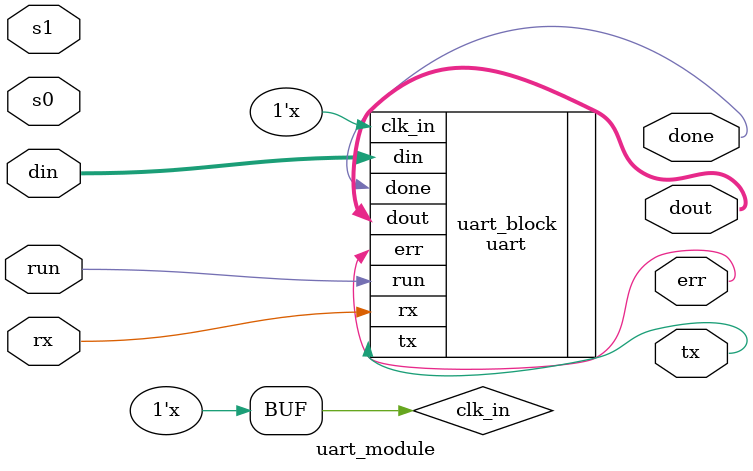
<source format=sv>
 
`include "uart_main.sv"
 module uart_module(din, s0, s1, run, rx, tx, dout, done, err);
  input [7:0] din;
  input run;
  input rx;
  input s0;
  input s1;
  
  output reg tx;
  output reg done;
  output reg err;
  output reg [7:0] dout;
  
  bit clk_in;
  int tp;
  always #(tp/2) clk_in=~clk_in;
  
  uart uart_block(
    .tx(tx),
    .rx(rx),
    .run(run),
    .din(din),
    .dout(dout),
    .clk_in(clk_in),
    .err(err),
    .done(done)
   );

  assign tp=s1?(s0?(26):(52)):(s0?(104):(208));

endmodule

</source>
